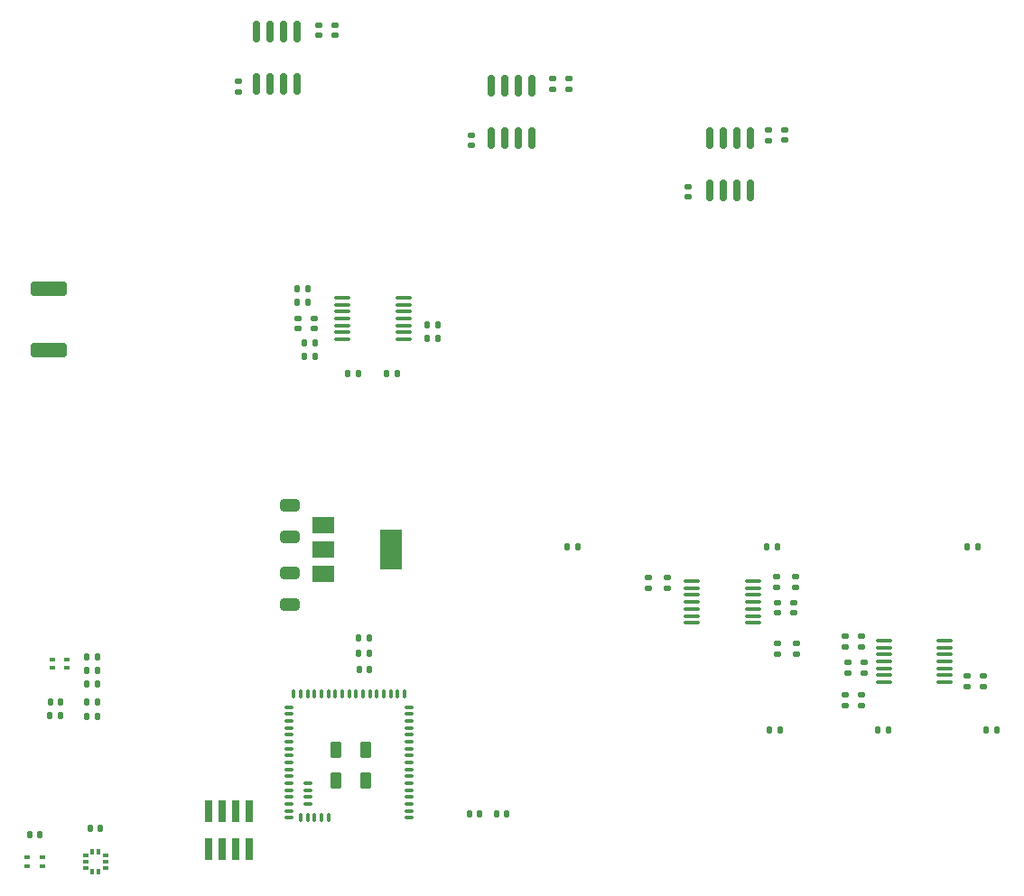
<source format=gtp>
%TF.GenerationSoftware,KiCad,Pcbnew,6.0.4-6f826c9f35~116~ubuntu20.04.1*%
%TF.CreationDate,2022-05-05T18:32:32+02:00*%
%TF.ProjectId,tfm,74666d2e-6b69-4636-9164-5f7063625858,1.0*%
%TF.SameCoordinates,Original*%
%TF.FileFunction,Paste,Top*%
%TF.FilePolarity,Positive*%
%FSLAX46Y46*%
G04 Gerber Fmt 4.6, Leading zero omitted, Abs format (unit mm)*
G04 Created by KiCad (PCBNEW 6.0.4-6f826c9f35~116~ubuntu20.04.1) date 2022-05-05 18:32:32*
%MOMM*%
%LPD*%
G01*
G04 APERTURE LIST*
G04 Aperture macros list*
%AMRoundRect*
0 Rectangle with rounded corners*
0 $1 Rounding radius*
0 $2 $3 $4 $5 $6 $7 $8 $9 X,Y pos of 4 corners*
0 Add a 4 corners polygon primitive as box body*
4,1,4,$2,$3,$4,$5,$6,$7,$8,$9,$2,$3,0*
0 Add four circle primitives for the rounded corners*
1,1,$1+$1,$2,$3*
1,1,$1+$1,$4,$5*
1,1,$1+$1,$6,$7*
1,1,$1+$1,$8,$9*
0 Add four rect primitives between the rounded corners*
20,1,$1+$1,$2,$3,$4,$5,0*
20,1,$1+$1,$4,$5,$6,$7,0*
20,1,$1+$1,$6,$7,$8,$9,0*
20,1,$1+$1,$8,$9,$2,$3,0*%
G04 Aperture macros list end*
%ADD10RoundRect,0.135000X0.135000X0.185000X-0.135000X0.185000X-0.135000X-0.185000X0.135000X-0.185000X0*%
%ADD11R,2.000000X1.500000*%
%ADD12R,2.000000X3.800000*%
%ADD13RoundRect,0.135000X-0.135000X-0.185000X0.135000X-0.185000X0.135000X0.185000X-0.135000X0.185000X0*%
%ADD14RoundRect,0.140000X-0.170000X0.140000X-0.170000X-0.140000X0.170000X-0.140000X0.170000X0.140000X0*%
%ADD15RoundRect,0.135000X-0.185000X0.135000X-0.185000X-0.135000X0.185000X-0.135000X0.185000X0.135000X0*%
%ADD16RoundRect,0.140000X0.140000X0.170000X-0.140000X0.170000X-0.140000X-0.170000X0.140000X-0.170000X0*%
%ADD17R,0.750000X2.100000*%
%ADD18RoundRect,0.150000X0.150000X-0.825000X0.150000X0.825000X-0.150000X0.825000X-0.150000X-0.825000X0*%
%ADD19RoundRect,0.147500X0.147500X0.172500X-0.147500X0.172500X-0.147500X-0.172500X0.147500X-0.172500X0*%
%ADD20RoundRect,0.135000X0.185000X-0.135000X0.185000X0.135000X-0.185000X0.135000X-0.185000X-0.135000X0*%
%ADD21R,0.500000X0.300000*%
%ADD22RoundRect,0.100000X-0.637500X-0.100000X0.637500X-0.100000X0.637500X0.100000X-0.637500X0.100000X0*%
%ADD23RoundRect,0.100000X0.637500X0.100000X-0.637500X0.100000X-0.637500X-0.100000X0.637500X-0.100000X0*%
%ADD24RoundRect,0.250000X-1.425000X0.425000X-1.425000X-0.425000X1.425000X-0.425000X1.425000X0.425000X0*%
%ADD25RoundRect,0.100000X-0.100000X0.175000X-0.100000X-0.175000X0.100000X-0.175000X0.100000X0.175000X0*%
%ADD26RoundRect,0.100000X-0.175000X0.100000X-0.175000X-0.100000X0.175000X-0.100000X0.175000X0.100000X0*%
%ADD27RoundRect,0.250000X-0.650000X0.325000X-0.650000X-0.325000X0.650000X-0.325000X0.650000X0.325000X0*%
%ADD28RoundRect,0.250000X0.650000X-0.325000X0.650000X0.325000X-0.650000X0.325000X-0.650000X-0.325000X0*%
%ADD29R,0.500000X0.400000*%
%ADD30RoundRect,0.140000X-0.140000X-0.170000X0.140000X-0.170000X0.140000X0.170000X-0.140000X0.170000X0*%
%ADD31RoundRect,0.087500X0.312500X0.087500X-0.312500X0.087500X-0.312500X-0.087500X0.312500X-0.087500X0*%
%ADD32RoundRect,0.087500X0.087500X0.312500X-0.087500X0.312500X-0.087500X-0.312500X0.087500X-0.312500X0*%
%ADD33RoundRect,0.100000X0.400000X0.650000X-0.400000X0.650000X-0.400000X-0.650000X0.400000X-0.650000X0*%
G04 APERTURE END LIST*
D10*
X191262000Y-122174000D03*
X190242000Y-122174000D03*
D11*
X128102000Y-102946000D03*
D12*
X134402000Y-105246000D03*
D11*
X128102000Y-105246000D03*
X128102000Y-107546000D03*
D13*
X126294000Y-87122000D03*
X127314000Y-87122000D03*
D14*
X178816000Y-115880000D03*
X178816000Y-116840000D03*
D15*
X170544000Y-107818000D03*
X170544000Y-108838000D03*
D10*
X170942000Y-122174000D03*
X169922000Y-122174000D03*
D14*
X171308000Y-65889000D03*
X171308000Y-66849000D03*
D10*
X151924000Y-104990000D03*
X150904000Y-104990000D03*
D14*
X151088000Y-61110000D03*
X151088000Y-62070000D03*
X149564000Y-61110000D03*
X149564000Y-62070000D03*
D10*
X131345000Y-88777000D03*
X130325000Y-88777000D03*
D14*
X170688000Y-110236000D03*
X170688000Y-111196000D03*
D16*
X101474000Y-132035000D03*
X100514000Y-132035000D03*
D15*
X178564000Y-113380000D03*
X178564000Y-114400000D03*
D17*
X117309000Y-129790000D03*
X117309000Y-133390000D03*
X118579000Y-129790000D03*
X118579000Y-133390000D03*
X119849000Y-129790000D03*
X119849000Y-133390000D03*
X121119000Y-129790000D03*
X121119000Y-133390000D03*
D10*
X138814000Y-84225000D03*
X137794000Y-84225000D03*
D18*
X143809000Y-66675000D03*
X145079000Y-66675000D03*
X146349000Y-66675000D03*
X147619000Y-66675000D03*
X147619000Y-61725000D03*
X146349000Y-61725000D03*
X145079000Y-61725000D03*
X143809000Y-61725000D03*
D15*
X160314000Y-107900000D03*
X160314000Y-108920000D03*
D19*
X103435000Y-119550000D03*
X102465000Y-119550000D03*
D15*
X172458000Y-114044000D03*
X172458000Y-115064000D03*
D13*
X105916000Y-119550000D03*
X106936000Y-119550000D03*
D20*
X178562000Y-119888000D03*
X178562000Y-118868000D03*
D15*
X176962000Y-118868000D03*
X176962000Y-119888000D03*
D13*
X105916000Y-120904000D03*
X106936000Y-120904000D03*
D21*
X101694000Y-134975000D03*
X101694000Y-134175000D03*
X100294000Y-134175000D03*
X100294000Y-134975000D03*
D22*
X129851500Y-81640000D03*
X129851500Y-82290000D03*
X129851500Y-82940000D03*
X129851500Y-83590000D03*
X129851500Y-84240000D03*
X129851500Y-84890000D03*
X129851500Y-85540000D03*
X135576500Y-85540000D03*
X135576500Y-84890000D03*
X135576500Y-84240000D03*
X135576500Y-83590000D03*
X135576500Y-82940000D03*
X135576500Y-82290000D03*
X135576500Y-81640000D03*
D10*
X132404000Y-113590000D03*
X131384000Y-113590000D03*
D14*
X169844000Y-65916000D03*
X169844000Y-66876000D03*
D23*
X168326500Y-112140000D03*
X168326500Y-111490000D03*
X168326500Y-110840000D03*
X168326500Y-110190000D03*
X168326500Y-109540000D03*
X168326500Y-108890000D03*
X168326500Y-108240000D03*
X162601500Y-108240000D03*
X162601500Y-108890000D03*
X162601500Y-109540000D03*
X162601500Y-110190000D03*
X162601500Y-110840000D03*
X162601500Y-111490000D03*
X162601500Y-112140000D03*
D10*
X127314000Y-85852000D03*
X126294000Y-85852000D03*
D24*
X102296000Y-80756000D03*
X102296000Y-86556000D03*
D13*
X105916000Y-115316000D03*
X106936000Y-115316000D03*
D25*
X107009000Y-133650000D03*
X106409000Y-133650000D03*
D26*
X105784000Y-133975000D03*
X105784000Y-134575000D03*
X105784000Y-135175000D03*
D25*
X106409000Y-135500000D03*
X107009000Y-135500000D03*
D26*
X107634000Y-135175000D03*
X107634000Y-134575000D03*
X107634000Y-133975000D03*
D20*
X188464000Y-118100000D03*
X188464000Y-117080000D03*
D10*
X189424000Y-104990000D03*
X188404000Y-104990000D03*
D13*
X105916000Y-116586000D03*
X106936000Y-116586000D03*
D18*
X121794000Y-61580000D03*
X123064000Y-61580000D03*
X124334000Y-61580000D03*
X125604000Y-61580000D03*
X125604000Y-56630000D03*
X124334000Y-56630000D03*
X123064000Y-56630000D03*
X121794000Y-56630000D03*
D20*
X158514000Y-108920000D03*
X158514000Y-107900000D03*
D15*
X189964000Y-117080000D03*
X189964000Y-118100000D03*
D14*
X125730000Y-83566000D03*
X125730000Y-84526000D03*
D18*
X164294000Y-71580000D03*
X165564000Y-71580000D03*
X166834000Y-71580000D03*
X168104000Y-71580000D03*
X168104000Y-66630000D03*
X166834000Y-66630000D03*
X165564000Y-66630000D03*
X164294000Y-66630000D03*
D14*
X127254000Y-83566000D03*
X127254000Y-84526000D03*
D10*
X170674000Y-104990000D03*
X169654000Y-104990000D03*
D27*
X124968000Y-107442000D03*
X124968000Y-110392000D03*
D14*
X141920000Y-66384000D03*
X141920000Y-67344000D03*
D28*
X124968000Y-104042000D03*
X124968000Y-101092000D03*
D16*
X142720000Y-130048000D03*
X141760000Y-130048000D03*
D10*
X132394000Y-114990000D03*
X131374000Y-114990000D03*
D29*
X102694000Y-115636000D03*
X102694000Y-116336000D03*
X103994000Y-116336000D03*
X103994000Y-115636000D03*
D13*
X105916000Y-117850000D03*
X106936000Y-117850000D03*
D19*
X103400000Y-120850000D03*
X102430000Y-120850000D03*
D20*
X170688000Y-115064000D03*
X170688000Y-114044000D03*
D10*
X135030000Y-88777000D03*
X134010000Y-88777000D03*
D30*
X106229000Y-131400000D03*
X107189000Y-131400000D03*
D14*
X127608000Y-56050000D03*
X127608000Y-57010000D03*
X177292000Y-115880000D03*
X177292000Y-116840000D03*
D22*
X180631500Y-113805000D03*
X180631500Y-114455000D03*
X180631500Y-115105000D03*
X180631500Y-115755000D03*
X180631500Y-116405000D03*
X180631500Y-117055000D03*
X180631500Y-117705000D03*
X186356500Y-117705000D03*
X186356500Y-117055000D03*
X186356500Y-116405000D03*
X186356500Y-115755000D03*
X186356500Y-115105000D03*
X186356500Y-114455000D03*
X186356500Y-113805000D03*
D10*
X126648000Y-80772000D03*
X125628000Y-80772000D03*
D14*
X129132000Y-56050000D03*
X129132000Y-57010000D03*
X162240000Y-71238000D03*
X162240000Y-72198000D03*
D31*
X136090000Y-130444000D03*
X136090000Y-129794000D03*
X136090000Y-129144000D03*
X136090000Y-128494000D03*
X136090000Y-127844000D03*
X136090000Y-127194000D03*
X136090000Y-126544000D03*
X136090000Y-125894000D03*
X136090000Y-125244000D03*
X136090000Y-124594000D03*
X136090000Y-123944000D03*
X136090000Y-123294000D03*
X136090000Y-122644000D03*
X136090000Y-121994000D03*
X136090000Y-121344000D03*
X136090000Y-120694000D03*
X136090000Y-120044000D03*
D32*
X135690000Y-118844000D03*
X135040000Y-118844000D03*
X134390000Y-118844000D03*
X133740000Y-118844000D03*
X133090000Y-118844000D03*
X132440000Y-118844000D03*
X131790000Y-118844000D03*
X131140000Y-118844000D03*
X130490000Y-118844000D03*
X129840000Y-118844000D03*
X129190000Y-118844000D03*
X128540000Y-118844000D03*
X127890000Y-118844000D03*
X127240000Y-118844000D03*
X126590000Y-118844000D03*
X125940000Y-118844000D03*
X125290000Y-118844000D03*
D31*
X124890000Y-120044000D03*
X124890000Y-120694000D03*
X124890000Y-121344000D03*
X124890000Y-121994000D03*
X124890000Y-122644000D03*
X124890000Y-123294000D03*
X124890000Y-123944000D03*
X124890000Y-124594000D03*
X124890000Y-125244000D03*
X124890000Y-125894000D03*
X124890000Y-126544000D03*
X124890000Y-127194000D03*
X124890000Y-127844000D03*
X124890000Y-128494000D03*
X124890000Y-129144000D03*
X124890000Y-129794000D03*
X124890000Y-130444000D03*
D32*
X125940000Y-130444000D03*
X126590000Y-130444000D03*
X127240000Y-130444000D03*
X127890000Y-130444000D03*
X128540000Y-130444000D03*
D31*
X126590000Y-129144000D03*
X126590000Y-128494000D03*
X126590000Y-127844000D03*
X126590000Y-127194000D03*
D33*
X129240000Y-126944000D03*
X129240000Y-124094000D03*
X132040000Y-124094000D03*
X132040000Y-126944000D03*
D10*
X181102000Y-122174000D03*
X180082000Y-122174000D03*
D14*
X120076000Y-61360000D03*
X120076000Y-62320000D03*
D13*
X125628000Y-82042000D03*
X126648000Y-82042000D03*
D30*
X144300000Y-130048000D03*
X145260000Y-130048000D03*
D20*
X176964000Y-114400000D03*
X176964000Y-113380000D03*
D13*
X137794000Y-85495000D03*
X138814000Y-85495000D03*
D14*
X172212000Y-110236000D03*
X172212000Y-111196000D03*
D20*
X172314000Y-108838000D03*
X172314000Y-107818000D03*
D16*
X132394000Y-116490000D03*
X131434000Y-116490000D03*
M02*

</source>
